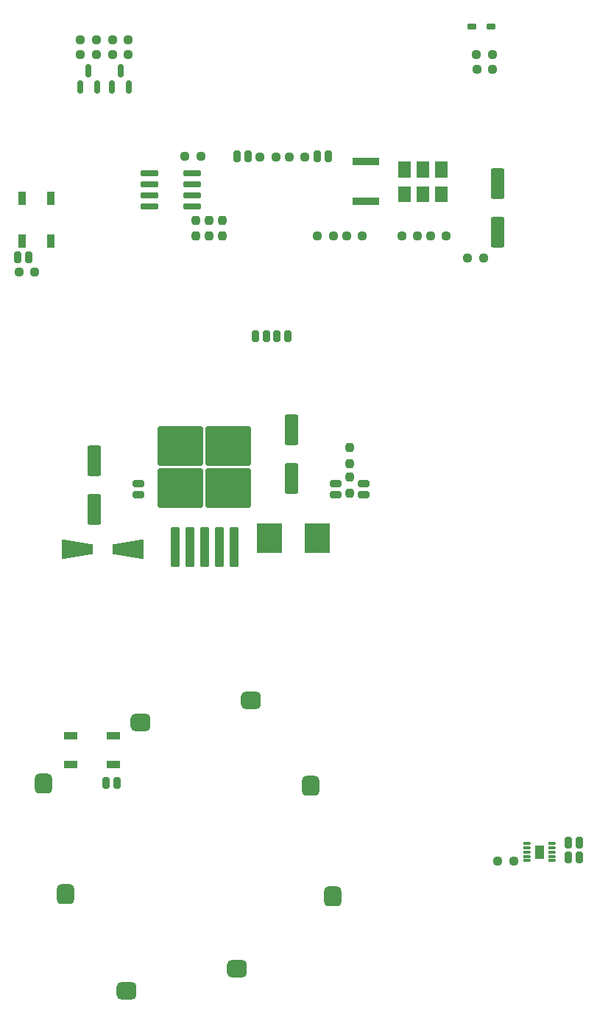
<source format=gtp>
G04 #@! TF.GenerationSoftware,KiCad,Pcbnew,7.0.11+dfsg-1build4*
G04 #@! TF.CreationDate,2025-02-09T17:53:47-07:00*
G04 #@! TF.ProjectId,iJet,694a6574-2e6b-4696-9361-645f70636258,rev?*
G04 #@! TF.SameCoordinates,Original*
G04 #@! TF.FileFunction,Paste,Top*
G04 #@! TF.FilePolarity,Positive*
%FSLAX46Y46*%
G04 Gerber Fmt 4.6, Leading zero omitted, Abs format (unit mm)*
G04 Created by KiCad (PCBNEW 7.0.11+dfsg-1build4) date 2025-02-09 17:53:47*
%MOMM*%
%LPD*%
G01*
G04 APERTURE LIST*
G04 Aperture macros list*
%AMRoundRect*
0 Rectangle with rounded corners*
0 $1 Rounding radius*
0 $2 $3 $4 $5 $6 $7 $8 $9 X,Y pos of 4 corners*
0 Add a 4 corners polygon primitive as box body*
4,1,4,$2,$3,$4,$5,$6,$7,$8,$9,$2,$3,0*
0 Add four circle primitives for the rounded corners*
1,1,$1+$1,$2,$3*
1,1,$1+$1,$4,$5*
1,1,$1+$1,$6,$7*
1,1,$1+$1,$8,$9*
0 Add four rect primitives between the rounded corners*
20,1,$1+$1,$2,$3,$4,$5,0*
20,1,$1+$1,$4,$5,$6,$7,0*
20,1,$1+$1,$6,$7,$8,$9,0*
20,1,$1+$1,$8,$9,$2,$3,0*%
%AMOutline4P*
0 Free polygon, 4 corners , with rotation*
0 The origin of the aperture is its center*
0 number of corners: always 4*
0 $1 to $8 corner X, Y*
0 $9 Rotation angle, in degrees counterclockwise*
0 create outline with 4 corners*
4,1,4,$1,$2,$3,$4,$5,$6,$7,$8,$1,$2,$9*%
G04 Aperture macros list end*
%ADD10C,0.010000*%
%ADD11RoundRect,0.237500X-0.237500X0.250000X-0.237500X-0.250000X0.237500X-0.250000X0.237500X0.250000X0*%
%ADD12RoundRect,0.237500X-0.250000X-0.237500X0.250000X-0.237500X0.250000X0.237500X-0.250000X0.237500X0*%
%ADD13RoundRect,0.150000X-0.400000X-0.150000X0.400000X-0.150000X0.400000X0.150000X-0.400000X0.150000X0*%
%ADD14RoundRect,0.237500X0.250000X0.237500X-0.250000X0.237500X-0.250000X-0.237500X0.250000X-0.237500X0*%
%ADD15R,2.950000X3.500000*%
%ADD16RoundRect,0.237500X0.237500X-0.250000X0.237500X0.250000X-0.237500X0.250000X-0.237500X-0.250000X0*%
%ADD17RoundRect,0.208750X0.431250X-0.208750X0.431250X0.208750X-0.431250X0.208750X-0.431250X-0.208750X0*%
%ADD18RoundRect,0.208750X-0.208750X-0.431250X0.208750X-0.431250X0.208750X0.431250X-0.208750X0.431250X0*%
%ADD19RoundRect,0.208750X0.208750X0.431250X-0.208750X0.431250X-0.208750X-0.431250X0.208750X-0.431250X0*%
%ADD20RoundRect,0.208750X-0.431250X0.208750X-0.431250X-0.208750X0.431250X-0.208750X0.431250X0.208750X0*%
%ADD21RoundRect,0.250000X0.550000X-1.500000X0.550000X1.500000X-0.550000X1.500000X-0.550000X-1.500000X0*%
%ADD22RoundRect,0.039000X0.381000X0.091000X-0.381000X0.091000X-0.381000X-0.091000X0.381000X-0.091000X0*%
%ADD23RoundRect,0.250000X0.300000X-2.050000X0.300000X2.050000X-0.300000X2.050000X-0.300000X-2.050000X0*%
%ADD24RoundRect,0.250000X2.375000X-2.025000X2.375000X2.025000X-2.375000X2.025000X-2.375000X-2.025000X0*%
%ADD25RoundRect,0.075000X-0.910000X-0.225000X0.910000X-0.225000X0.910000X0.225000X-0.910000X0.225000X0*%
%ADD26RoundRect,0.150000X0.150000X-0.587500X0.150000X0.587500X-0.150000X0.587500X-0.150000X-0.587500X0*%
%ADD27R,3.020000X0.970000*%
%ADD28Outline4P,-1.800000X-1.150000X1.800000X-0.550000X1.800000X0.550000X-1.800000X1.150000X0.000000*%
%ADD29Outline4P,-1.800000X-1.150000X1.800000X-0.550000X1.800000X0.550000X-1.800000X1.150000X180.000000*%
%ADD30R,0.900000X1.500000*%
%ADD31R,1.500000X0.900000*%
%ADD32RoundRect,0.500000X-0.500000X0.643000X-0.500000X-0.643000X0.500000X-0.643000X0.500000X0.643000X0*%
%ADD33RoundRect,0.500000X0.500000X-0.643000X0.500000X0.643000X-0.500000X0.643000X-0.500000X-0.643000X0*%
%ADD34RoundRect,0.500000X0.643000X0.500000X-0.643000X0.500000X-0.643000X-0.500000X0.643000X-0.500000X0*%
%ADD35RoundRect,0.500000X-0.643000X-0.500000X0.643000X-0.500000X0.643000X0.500000X-0.643000X0.500000X0*%
G04 APERTURE END LIST*
D10*
X161341575Y-158128000D02*
X160401000Y-158128000D01*
X160401000Y-156647095D01*
X161341575Y-156647095D01*
X161341575Y-158128000D01*
G36*
X161341575Y-158128000D02*
G01*
X160401000Y-158128000D01*
X160401000Y-156647095D01*
X161341575Y-156647095D01*
X161341575Y-158128000D01*
G37*
X150240097Y-79826523D02*
X148880097Y-79826523D01*
X148880097Y-78106523D01*
X150240097Y-78106523D01*
X150240097Y-79826523D01*
G36*
X150240097Y-79826523D02*
G01*
X148880097Y-79826523D01*
X148880097Y-78106523D01*
X150240097Y-78106523D01*
X150240097Y-79826523D01*
G37*
X148130097Y-79826523D02*
X146770097Y-79826523D01*
X146770097Y-78106523D01*
X148130097Y-78106523D01*
X148130097Y-79826523D01*
G36*
X148130097Y-79826523D02*
G01*
X146770097Y-79826523D01*
X146770097Y-78106523D01*
X148130097Y-78106523D01*
X148130097Y-79826523D01*
G37*
X146020097Y-79826523D02*
X144660097Y-79826523D01*
X144660097Y-78106523D01*
X146020097Y-78106523D01*
X146020097Y-79826523D01*
G36*
X146020097Y-79826523D02*
G01*
X144660097Y-79826523D01*
X144660097Y-78106523D01*
X146020097Y-78106523D01*
X146020097Y-79826523D01*
G37*
X150240097Y-82646523D02*
X148880097Y-82646523D01*
X148880097Y-80926523D01*
X150240097Y-80926523D01*
X150240097Y-82646523D01*
G36*
X150240097Y-82646523D02*
G01*
X148880097Y-82646523D01*
X148880097Y-80926523D01*
X150240097Y-80926523D01*
X150240097Y-82646523D01*
G37*
X148130097Y-82646523D02*
X146770097Y-82646523D01*
X146770097Y-80926523D01*
X148130097Y-80926523D01*
X148130097Y-82646523D01*
G36*
X148130097Y-82646523D02*
G01*
X146770097Y-82646523D01*
X146770097Y-80926523D01*
X148130097Y-80926523D01*
X148130097Y-82646523D01*
G37*
X146020097Y-82646523D02*
X144660097Y-82646523D01*
X144660097Y-80926523D01*
X146020097Y-80926523D01*
X146020097Y-82646523D01*
G36*
X146020097Y-82646523D02*
G01*
X144660097Y-82646523D01*
X144660097Y-80926523D01*
X146020097Y-80926523D01*
X146020097Y-82646523D01*
G37*
D11*
X124423534Y-84837778D03*
X124423534Y-86662778D03*
D12*
X120130725Y-77519035D03*
X121955725Y-77519035D03*
D13*
X153097656Y-62611952D03*
X155297656Y-62611952D03*
D12*
X153657704Y-65770799D03*
X155482704Y-65770799D03*
D14*
X155509675Y-67521568D03*
X153684675Y-67521568D03*
D15*
X129855835Y-121342000D03*
X135305835Y-121342000D03*
D16*
X122877438Y-86660832D03*
X122877438Y-84835832D03*
D12*
X156083022Y-158460179D03*
X157908022Y-158460179D03*
X101030710Y-90787887D03*
X102855710Y-90787887D03*
D14*
X154456987Y-89173042D03*
X152631987Y-89173042D03*
X133932500Y-77552456D03*
X132107500Y-77552456D03*
X130574569Y-77552456D03*
X128749569Y-77552456D03*
D12*
X150179673Y-86596367D03*
X148354673Y-86596367D03*
X145042484Y-86596367D03*
X146867484Y-86596367D03*
X109909822Y-64074021D03*
X108084822Y-64074021D03*
X109900704Y-65802093D03*
X108075704Y-65802093D03*
D14*
X113589383Y-65802093D03*
X111764383Y-65802093D03*
X111779179Y-64074021D03*
X113604179Y-64074021D03*
D11*
X139059452Y-110935810D03*
X139059452Y-112760810D03*
D16*
X139054833Y-116161883D03*
X139054833Y-114336883D03*
D14*
X138701911Y-86660574D03*
X140526911Y-86660574D03*
D12*
X135374249Y-86669029D03*
X137199249Y-86669029D03*
D16*
X121362834Y-84835689D03*
X121362834Y-86660689D03*
D17*
X137444907Y-116336770D03*
X137444907Y-115081770D03*
D18*
X164204627Y-158051208D03*
X165459627Y-158051208D03*
X165473500Y-156356000D03*
X164218500Y-156356000D03*
X126138730Y-77503310D03*
X127393730Y-77503310D03*
X135341268Y-77492456D03*
X136596268Y-77492456D03*
X128217046Y-98172289D03*
X129472046Y-98172289D03*
D19*
X131941092Y-98172289D03*
X130686092Y-98172289D03*
D18*
X111012705Y-149499961D03*
X112267705Y-149499961D03*
D17*
X114732000Y-116375500D03*
X114732000Y-115120500D03*
D20*
X140671159Y-115060214D03*
X140671159Y-116315214D03*
D21*
X132336000Y-108890000D03*
X132336000Y-114490000D03*
X109652000Y-118040000D03*
X109652000Y-112440000D03*
X156087503Y-86201144D03*
X156087503Y-80601144D03*
D19*
X102151500Y-89124741D03*
X100896500Y-89124741D03*
D22*
X162306000Y-158388000D03*
X162306000Y-157888000D03*
X162306000Y-156888000D03*
X162306000Y-157388000D03*
X159436000Y-157388000D03*
X159436000Y-156888000D03*
X162306000Y-156388000D03*
X159436000Y-156388000D03*
X159436000Y-157888000D03*
X159436000Y-158388000D03*
D23*
X118952000Y-122358000D03*
X120652000Y-122358000D03*
X122352000Y-122358000D03*
D24*
X119577000Y-115633000D03*
X125127000Y-115633000D03*
X119577000Y-110783000D03*
X125127000Y-110783000D03*
D23*
X124052000Y-122358000D03*
X125752000Y-122358000D03*
D25*
X120958845Y-79409153D03*
X120958845Y-80679153D03*
X120958845Y-81949153D03*
X120958845Y-83219153D03*
X116008845Y-83219153D03*
X116008845Y-81949153D03*
X116008845Y-80679153D03*
X116008845Y-79409153D03*
D26*
X108079793Y-69514562D03*
X109979793Y-69514562D03*
X109029793Y-67639562D03*
X112700000Y-67639562D03*
X113650000Y-69514562D03*
X111750000Y-69514562D03*
D27*
X140920097Y-78090523D03*
X140920097Y-82662523D03*
D28*
X107768000Y-122636310D03*
D29*
X113568000Y-122636310D03*
D30*
X101398000Y-87244085D03*
X104698000Y-87244085D03*
X104698000Y-82344085D03*
X101398000Y-82344085D03*
D31*
X111848000Y-147370000D03*
X111848000Y-144070000D03*
X106948000Y-144070000D03*
X106948000Y-147370000D03*
D32*
X134544000Y-149784000D03*
X137084000Y-162484000D03*
D33*
X103810000Y-149532448D03*
X106350000Y-162232448D03*
D34*
X126100500Y-170802906D03*
X113400500Y-173342906D03*
D35*
X127747500Y-139941094D03*
X115047500Y-142481094D03*
M02*

</source>
